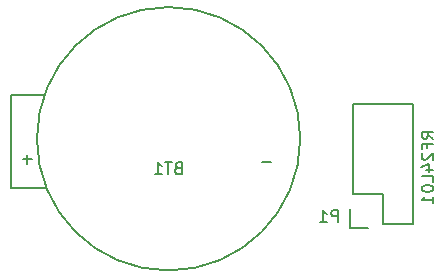
<source format=gbr>
G04 #@! TF.FileFunction,Legend,Bot*
%FSLAX46Y46*%
G04 Gerber Fmt 4.6, Leading zero omitted, Abs format (unit mm)*
G04 Created by KiCad (PCBNEW 4.0.2-4+6225~38~ubuntu14.04.1-stable) date Sun 10 Apr 2016 19:44:50 CEST*
%MOMM*%
G01*
G04 APERTURE LIST*
%ADD10C,0.100000*%
%ADD11C,0.150000*%
G04 APERTURE END LIST*
D10*
D11*
X156845000Y-111887000D02*
X156845000Y-104267000D01*
X156845000Y-104267000D02*
X161925000Y-104267000D01*
X161925000Y-104267000D02*
X161925000Y-114427000D01*
X161925000Y-114427000D02*
X159385000Y-114427000D01*
X158115000Y-114707000D02*
X156565000Y-114707000D01*
X159385000Y-114427000D02*
X159385000Y-111887000D01*
X159385000Y-111887000D02*
X156845000Y-111887000D01*
X156565000Y-114707000D02*
X156565000Y-113157000D01*
X127924000Y-103488000D02*
X130674000Y-103488000D01*
X130874000Y-111338000D02*
X127924000Y-111338000D01*
X127924000Y-111338000D02*
X127924000Y-103488000D01*
X152374448Y-107188000D02*
G75*
G03X152374448Y-107188000I-11150448J0D01*
G01*
X155551095Y-114244381D02*
X155551095Y-113244381D01*
X155170142Y-113244381D01*
X155074904Y-113292000D01*
X155027285Y-113339619D01*
X154979666Y-113434857D01*
X154979666Y-113577714D01*
X155027285Y-113672952D01*
X155074904Y-113720571D01*
X155170142Y-113768190D01*
X155551095Y-113768190D01*
X154027285Y-114244381D02*
X154598714Y-114244381D01*
X154313000Y-114244381D02*
X154313000Y-113244381D01*
X154408238Y-113387238D01*
X154503476Y-113482476D01*
X154598714Y-113530095D01*
X163647381Y-107172429D02*
X163171190Y-106839095D01*
X163647381Y-106601000D02*
X162647381Y-106601000D01*
X162647381Y-106981953D01*
X162695000Y-107077191D01*
X162742619Y-107124810D01*
X162837857Y-107172429D01*
X162980714Y-107172429D01*
X163075952Y-107124810D01*
X163123571Y-107077191D01*
X163171190Y-106981953D01*
X163171190Y-106601000D01*
X163123571Y-107934334D02*
X163123571Y-107601000D01*
X163647381Y-107601000D02*
X162647381Y-107601000D01*
X162647381Y-108077191D01*
X162742619Y-108410524D02*
X162695000Y-108458143D01*
X162647381Y-108553381D01*
X162647381Y-108791477D01*
X162695000Y-108886715D01*
X162742619Y-108934334D01*
X162837857Y-108981953D01*
X162933095Y-108981953D01*
X163075952Y-108934334D01*
X163647381Y-108362905D01*
X163647381Y-108981953D01*
X162980714Y-109839096D02*
X163647381Y-109839096D01*
X162599762Y-109601000D02*
X163314048Y-109362905D01*
X163314048Y-109981953D01*
X163647381Y-110839096D02*
X163647381Y-110362905D01*
X162647381Y-110362905D01*
X162647381Y-111362905D02*
X162647381Y-111458144D01*
X162695000Y-111553382D01*
X162742619Y-111601001D01*
X162837857Y-111648620D01*
X163028333Y-111696239D01*
X163266429Y-111696239D01*
X163456905Y-111648620D01*
X163552143Y-111601001D01*
X163599762Y-111553382D01*
X163647381Y-111458144D01*
X163647381Y-111362905D01*
X163599762Y-111267667D01*
X163552143Y-111220048D01*
X163456905Y-111172429D01*
X163266429Y-111124810D01*
X163028333Y-111124810D01*
X162837857Y-111172429D01*
X162742619Y-111220048D01*
X162695000Y-111267667D01*
X162647381Y-111362905D01*
X163647381Y-112648620D02*
X163647381Y-112077191D01*
X163647381Y-112362905D02*
X162647381Y-112362905D01*
X162790238Y-112267667D01*
X162885476Y-112172429D01*
X162933095Y-112077191D01*
X142009714Y-109656571D02*
X141866857Y-109704190D01*
X141819238Y-109751810D01*
X141771619Y-109847048D01*
X141771619Y-109989905D01*
X141819238Y-110085143D01*
X141866857Y-110132762D01*
X141962095Y-110180381D01*
X142343048Y-110180381D01*
X142343048Y-109180381D01*
X142009714Y-109180381D01*
X141914476Y-109228000D01*
X141866857Y-109275619D01*
X141819238Y-109370857D01*
X141819238Y-109466095D01*
X141866857Y-109561333D01*
X141914476Y-109608952D01*
X142009714Y-109656571D01*
X142343048Y-109656571D01*
X141485905Y-109180381D02*
X140914476Y-109180381D01*
X141200191Y-110180381D02*
X141200191Y-109180381D01*
X140057333Y-110180381D02*
X140628762Y-110180381D01*
X140343048Y-110180381D02*
X140343048Y-109180381D01*
X140438286Y-109323238D01*
X140533524Y-109418476D01*
X140628762Y-109466095D01*
X129654952Y-108909429D02*
X128893047Y-108909429D01*
X129273999Y-109290381D02*
X129273999Y-108528476D01*
X149904952Y-109159429D02*
X149143047Y-109159429D01*
M02*

</source>
